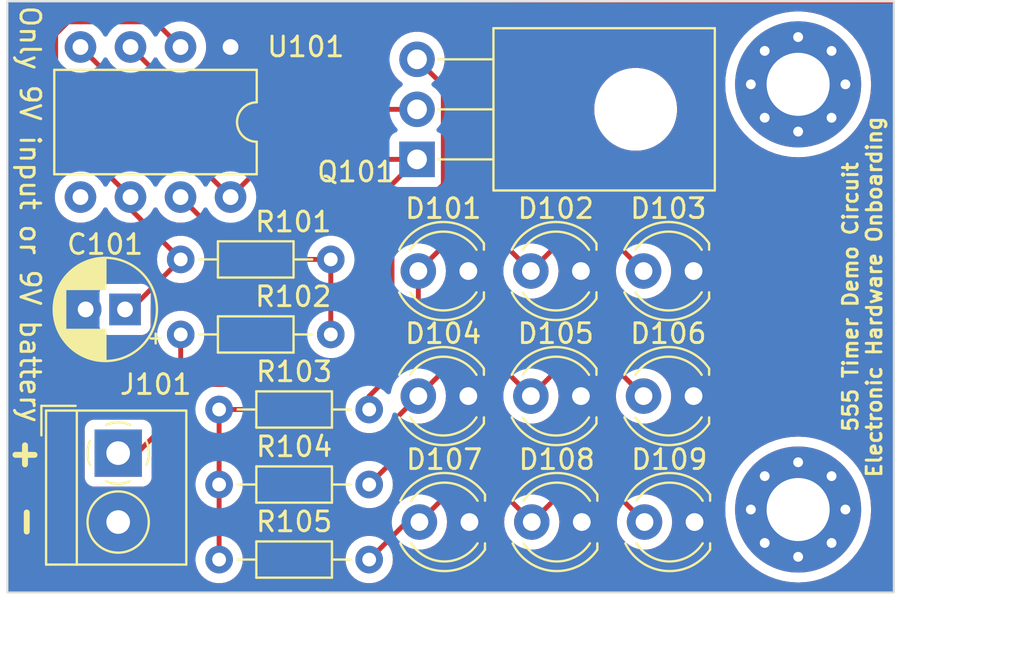
<source format=kicad_pcb>
(kicad_pcb (version 20221018) (generator pcbnew)
  (title_block (title "555 Timer Demo Circuit") (date "2023-12-22") (rev "A") (company "Illinois Space Society") (comment 4 "Contributors: Thomas McManamen, Jason Yan"))
  (layers (0 "F.Cu" signal) (31 "B.Cu" signal) (34 "B.Paste" user) (35 "F.Paste" user) (36 "B.SilkS" user "B.Silkscreen") (37 "F.SilkS" user "F.Silkscreen") (38 "B.Mask" user) (39 "F.Mask" user) (44 "Edge.Cuts" user))
  (net 0 "")
  (net 1 "/THR")
  (net 2 "GND")
  (net 3 "+9V")
  (net 4 "Net-(D101-A)")
  (net 5 "Net-(D104-A)")
  (net 6 "Net-(D107-A)")
  (net 7 "Net-(Q101-G)")
  (net 8 "Net-(U101-DIS)")
  (net 10 "Net-(Q101-S)")
  (footprint "Capacitor_THT:CP_Radial_D5.0mm_P2.00mm" (layer "F.Cu") (at 85.643 69.977 180)
    (fp_text reference "C101" (at 1.016 3.302) (layer "F.SilkS"))
    (fp_text value "10uf")
    (fp_line (start -1.804775 -1.475) (end -1.304775 -1.475) (stroke (width 0.12)) (layer "F.SilkS"))
    (fp_line (start -1.554775 -1.725) (end -1.554775 -1.225) (stroke (width 0.12)) (layer "F.SilkS"))
    (fp_line (start 1 -2.58) (end 1 -1.04) (stroke (width 0.12)) (layer "F.SilkS"))
    (fp_line (start 1 1.04) (end 1 2.58) (stroke (width 0.12)) (layer "F.SilkS"))
    (fp_line (start 1.04 -2.58) (end 1.04 -1.04) (stroke (width 0.12)) (layer "F.SilkS"))
    (fp_line (start 1.04 1.04) (end 1.04 2.58) (stroke (width 0.12)) (layer "F.SilkS"))
    (fp_line (start 1.08 -2.579) (end 1.08 -1.04) (stroke (width 0.12)) (layer "F.SilkS"))
    (fp_line (start 1.08 1.04) (end 1.08 2.579) (stroke (width 0.12)) (layer "F.SilkS"))
    (fp_line (start 1.12 -2.578) (end 1.12 -1.04) (stroke (width 0.12)) (layer "F.SilkS"))
    (fp_line (start 1.12 1.04) (end 1.12 2.578) (stroke (width 0.12)) (layer "F.SilkS"))
    (fp_line (start 1.16 -2.576) (end 1.16 -1.04) (stroke (width 0.12)) (layer "F.SilkS"))
    (fp_line (start 1.16 1.04) (end 1.16 2.576) (stroke (width 0.12)) (layer "F.SilkS"))
    (fp_line (start 1.2 -2.573) (end 1.2 -1.04) (stroke (width 0.12)) (layer "F.SilkS"))
    (fp_line (start 1.2 1.04) (end 1.2 2.573) (stroke (width 0.12)) (layer "F.SilkS"))
    (fp_line (start 1.24 -2.569) (end 1.24 -1.04) (stroke (width 0.12)) (layer "F.SilkS"))
    (fp_line (start 1.24 1.04) (end 1.24 2.569) (stroke (width 0.12)) (layer "F.SilkS"))
    (fp_line (start 1.28 -2.565) (end 1.28 -1.04) (stroke (width 0.12)) (layer "F.SilkS"))
    (fp_line (start 1.28 1.04) (end 1.28 2.565) (stroke (width 0.12)) (layer "F.SilkS"))
    (fp_line (start 1.32 -2.561) (end 1.32 -1.04) (stroke (width 0.12)) (layer "F.SilkS"))
    (fp_line (start 1.32 1.04) (end 1.32 2.561) (stroke (width 0.12)) (layer "F.SilkS"))
    (fp_line (start 1.36 -2.556) (end 1.36 -1.04) (stroke (width 0.12)) (layer "F.SilkS"))
    (fp_line (start 1.36 1.04) (end 1.36 2.556) (stroke (width 0.12)) (layer "F.SilkS"))
    (fp_line (start 1.4 -2.55) (end 1.4 -1.04) (stroke (width 0.12)) (layer "F.SilkS"))
    (fp_line (start 1.4 1.04) (end 1.4 2.55) (stroke (width 0.12)) (layer "F.SilkS"))
    (fp_line (start 1.44 -2.543) (end 1.44 -1.04) (stroke (width 0.12)) (layer "F.SilkS"))
    (fp_line (start 1.44 1.04) (end 1.44 2.543) (stroke (width 0.12)) (layer "F.SilkS"))
    (fp_line (start 1.48 -2.536) (end 1.48 -1.04) (stroke (width 0.12)) (layer "F.SilkS"))
    (fp_line (start 1.48 1.04) (end 1.48 2.536) (stroke (width 0.12)) (layer "F.SilkS"))
    (fp_line (start 1.52 -2.528) (end 1.52 -1.04) (stroke (width 0.12)) (layer "F.SilkS"))
    (fp_line (start 1.52 1.04) (end 1.52 2.528) (stroke (width 0.12)) (layer "F.SilkS"))
    (fp_line (start 1.56 -2.52) (end 1.56 -1.04) (stroke (width 0.12)) (layer "F.SilkS"))
    (fp_line (start 1.56 1.04) (end 1.56 2.52) (stroke (width 0.12)) (layer "F.SilkS"))
    (fp_line (start 1.6 -2.511) (end 1.6 -1.04) (stroke (width 0.12)) (layer "F.SilkS"))
    (fp_line (start 1.6 1.04) (end 1.6 2.511) (stroke (width 0.12)) (layer "F.SilkS"))
    (fp_line (start 1.64 -2.501) (end 1.64 -1.04) (stroke (width 0.12)) (layer "F.SilkS"))
    (fp_line (start 1.64 1.04) (end 1.64 2.501) (stroke (width 0.12)) (layer "F.SilkS"))
    (fp_line (start 1.68 -2.491) (end 1.68 -1.04) (stroke (width 0.12)) (layer "F.SilkS"))
    (fp_line (start 1.68 1.04) (end 1.68 2.491) (stroke (width 0.12)) (layer "F.SilkS"))
    (fp_line (start 1.721 -2.48) (end 1.721 -1.04) (stroke (width 0.12)) (layer "F.SilkS"))
    (fp_line (start 1.721 1.04) (end 1.721 2.48) (stroke (width 0.12)) (layer "F.SilkS"))
    (fp_line (start 1.761 -2.468) (end 1.761 -1.04) (stroke (width 0.12)) (layer "F.SilkS"))
    (fp_line (start 1.761 1.04) (end 1.761 2.468) (stroke (width 0.12)) (layer "F.SilkS"))
    (fp_line (start 1.801 -2.455) (end 1.801 -1.04) (stroke (width 0.12)) (layer "F.SilkS"))
    (fp_line (start 1.801 1.04) (end 1.801 2.455) (stroke (width 0.12)) (layer "F.SilkS"))
    (fp_line (start 1.841 -2.442) (end 1.841 -1.04) (stroke (width 0.12)) (layer "F.SilkS"))
    (fp_line (start 1.841 1.04) (end 1.841 2.442) (stroke (width 0.12)) (layer "F.SilkS"))
    (fp_line (start 1.881 -2.428) (end 1.881 -1.04) (stroke (width 0.12)) (layer "F.SilkS"))
    (fp_line (start 1.881 1.04) (end 1.881 2.428) (stroke (width 0.12)) (layer "F.SilkS"))
    (fp_line (start 1.921 -2.414) (end 1.921 -1.04) (stroke (width 0.12)) (layer "F.SilkS"))
    (fp_line (start 1.921 1.04) (end 1.921 2.414) (stroke (width 0.12)) (layer "F.SilkS"))
    (fp_line (start 1.961 -2.398) (end 1.961 -1.04) (stroke (width 0.12)) (layer "F.SilkS"))
    (fp_line (start 1.961 1.04) (end 1.961 2.398) (stroke (width 0.12)) (layer "F.SilkS"))
    (fp_line (start 2.001 -2.382) (end 2.001 -1.04) (stroke (width 0.12)) (layer "F.SilkS"))
    (fp_line (start 2.001 1.04) (end 2.001 2.382) (stroke (width 0.12)) (layer "F.SilkS"))
    (fp_line (start 2.041 -2.365) (end 2.041 -1.04) (stroke (width 0.12)) (layer "F.SilkS"))
    (fp_line (start 2.041 1.04) (end 2.041 2.365) (stroke (width 0.12)) (layer "F.SilkS"))
    (fp_line (start 2.081 -2.348) (end 2.081 -1.04) (stroke (width 0.12)) (layer "F.SilkS"))
    (fp_line (start 2.081 1.04) (end 2.081 2.348) (stroke (width 0.12)) (layer "F.SilkS"))
    (fp_line (start 2.121 -2.329) (end 2.121 -1.04) (stroke (width 0.12)) (layer "F.SilkS"))
    (fp_line (start 2.121 1.04) (end 2.121 2.329) (stroke (width 0.12)) (layer "F.SilkS"))
    (fp_line (start 2.161 -2.31) (end 2.161 -1.04) (stroke (width 0.12)) (layer "F.SilkS"))
    (fp_line (start 2.161 1.04) (end 2.161 2.31) (stroke (width 0.12)) (layer "F.SilkS"))
    (fp_line (start 2.201 -2.29) (end 2.201 -1.04) (stroke (width 0.12)) (layer "F.SilkS"))
    (fp_line (start 2.201 1.04) (end 2.201 2.29) (stroke (width 0.12)) (layer "F.SilkS"))
    (fp_line (start 2.241 -2.268) (end 2.241 -1.04) (stroke (width 0.12)) (layer "F.SilkS"))
    (fp_line (start 2.241 1.04) (end 2.241 2.268) (stroke (width 0.12)) (layer "F.SilkS"))
    (fp_line (start 2.281 -2.247) (end 2.281 -1.04) (stroke (width 0.12)) (layer "F.SilkS"))
    (fp_line (start 2.281 1.04) (end 2.281 2.247) (stroke (width 0.12)) (layer "F.SilkS"))
    (fp_line (start 2.321 -2.224) (end 2.321 -1.04) (stroke (width 0.12)) (layer "F.SilkS"))
    (fp_line (start 2.321 1.04) (end 2.321 2.224) (stroke (width 0.12)) (layer "F.SilkS"))
    (fp_line (start 2.361 -2.2) (end 2.361 -1.04) (stroke (width 0.12)) (layer "F.SilkS"))
    (fp_line (start 2.361 1.04) (end 2.361 2.2) (stroke (width 0.12)) (layer "F.SilkS"))
    (fp_line (start 2.401 -2.175) (end 2.401 -1.04) (stroke (width 0.12)) (layer "F.SilkS"))
    (fp_line (start 2.401 1.04) (end 2.401 2.175) (stroke (width 0.12)) (layer "F.SilkS"))
    (fp_line (start 2.441 -2.149) (end 2.441 -1.04) (stroke (width 0.12)) (layer "F.SilkS"))
    (fp_line (start 2.441 1.04) (end 2.441 2.149) (stroke (width 0.12)) (layer "F.SilkS"))
    (fp_line (start 2.481 -2.122) (end 2.481 -1.04) (stroke (width 0.12)) (layer "F.SilkS"))
    (fp_line (start 2.481 1.04) (end 2.481 2.122) (stroke (width 0.12)) (layer "F.SilkS"))
    (fp_line (start 2.521 -2.095) (end 2.521 -1.04) (stroke (width 0.12)) (layer "F.SilkS"))
    (fp_line (start 2.521 1.04) (end 2.521 2.095) (stroke (width 0.12)) (layer "F.SilkS"))
    (fp_line (start 2.561 -2.065) (end 2.561 -1.04) (stroke (width 0.12)) (layer "F.SilkS"))
    (fp_line (start 2.561 1.04) (end 2.561 2.065) (stroke (width 0.12)) (layer "F.SilkS"))
    (fp_line (start 2.601 -2.035) (end 2.601 -1.04) (stroke (width 0.12)) (layer "F.SilkS"))
    (fp_line (start 2.601 1.04) (end 2.601 2.035) (stroke (width 0.12)) (layer "F.SilkS"))
    (fp_line (start 2.641 -2.004) (end 2.641 -1.04) (stroke (width 0.12)) (layer "F.SilkS"))
    (fp_line (start 2.641 1.04) (end 2.641 2.004) (stroke (width 0.12)) (layer "F.SilkS"))
    (fp_line (start 2.681 -1.971) (end 2.681 -1.04) (stroke (width 0.12)) (layer "F.SilkS"))
    (fp_line (start 2.681 1.04) (end 2.681 1.971) (stroke (width 0.12)) (layer "F.SilkS"))
    (fp_line (start 2.721 -1.937) (end 2.721 -1.04) (stroke (width 0.12)) (layer "F.SilkS"))
    (fp_line (start 2.721 1.04) (end 2.721 1.937) (stroke (width 0.12)) (layer "F.SilkS"))
    (fp_line (start 2.761 -1.901) (end 2.761 -1.04) (stroke (width 0.12)) (layer "F.SilkS"))
    (fp_line (start 2.761 1.04) (end 2.761 1.901) (stroke (width 0.12)) (layer "F.SilkS"))
    (fp_line (start 2.801 -1.864) (end 2.801 -1.04) (stroke (width 0.12)) (layer "F.SilkS"))
    (fp_line (start 2.801 1.04) (end 2.801 1.864) (stroke (width 0.12)) (layer "F.SilkS"))
    (fp_line (start 2.841 -1.826) (end 2.841 -1.04) (stroke (width 0.12)) (layer "F.SilkS"))
    (fp_line (start 2.841 1.04) (end 2.841 1.826) (stroke (width 0.12)) (layer "F.SilkS"))
    (fp_line (start 2.881 -1.785) (end 2.881 -1.04) (stroke (width 0.12)) (layer "F.SilkS"))
    (fp_line (start 2.881 1.04) (end 2.881 1.785) (stroke (width 0.12)) (layer "F.SilkS"))
    (fp_line (start 2.921 -1.743) (end 2.921 -1.04) (stroke (width 0.12)) (layer "F.SilkS"))
    (fp_line (start 2.921 1.04) (end 2.921 1.743) (stroke (width 0.12)) (layer "F.SilkS"))
    (fp_line (start 2.961 -1.699) (end 2.961 -1.04) (stroke (width 0.12)) (layer "F.SilkS"))
    (fp_line (start 2.961 1.04) (end 2.961 1.699) (stroke (width 0.12)) (layer "F.SilkS"))
    (fp_line (start 3.001 -1.653) (end 3.001 -1.04) (stroke (width 0.12)) (layer "F.SilkS"))
    (fp_line (start 3.001 1.04) (end 3.001 1.653) (stroke (width 0.12)) (layer "F.SilkS"))
    (fp_line (start 3.041 -1.605) (end 3.041 1.605) (stroke (width 0.12)) (layer "F.SilkS"))
    (fp_line (start 3.081 -1.554) (end 3.081 1.554) (stroke (width 0.12)) (layer "F.SilkS"))
    (fp_line (start 3.121 -1.5) (end 3.121 1.5) (stroke (width 0.12)) (layer "F.SilkS"))
    (fp_line (start 3.161 -1.443) (end 3.161 1.443) (stroke (width 0.12)) (layer "F.SilkS"))
    (fp_line (start 3.201 -1.383) (end 3.201 1.383) (stroke (width 0.12)) (layer "F.SilkS"))
    (fp_line (start 3.241 -1.319) (end 3.241 1.319) (stroke (width 0.12)) (layer "F.SilkS"))
    (fp_line (start 3.281 -1.251) (end 3.281 1.251) (stroke (width 0.12)) (layer "F.SilkS"))
    (fp_line (start 3.321 -1.178) (end 3.321 1.178) (stroke (width 0.12)) (layer "F.SilkS"))
    (fp_line (start 3.361 -1.098) (end 3.361 1.098) (stroke (width 0.12)) (layer "F.SilkS"))
    (fp_line (start 3.401 -1.011) (end 3.401 1.011) (stroke (width 0.12)) (layer "F.SilkS"))
    (fp_line (start 3.441 -0.915) (end 3.441 0.915) (stroke (width 0.12)) (layer "F.SilkS"))
    (fp_line (start 3.481 -0.805) (end 3.481 0.805) (stroke (width 0.12)) (layer "F.SilkS"))
    (fp_line (start 3.521 -0.677) (end 3.521 0.677) (stroke (width 0.12)) (layer "F.SilkS"))
    (fp_line (start 3.561 -0.518) (end 3.561 0.518) (stroke (width 0.12)) (layer "F.SilkS"))
    (fp_line (start 3.601 -0.284) (end 3.601 0.284) (stroke (width 0.12)) (layer "F.SilkS"))
    (fp_circle (center 1 0) (end 3.62 0) (stroke (width 0.12)) (fill none) (layer "F.SilkS"))
    (pad "1" thru_hole rect (at 0 0 180) (size 1.6 1.6) (drill 0.8) (layers "*.Cu" "*.Mask") (net 1 "/THR"))
    (pad "2" thru_hole circle (at 2 0 180) (size 1.6 1.6) (drill 0.8) (layers "*.Cu" "*.Mask") (net 2 "GND"))
  )
  (footprint "TerminalBlock_4Ucon:TerminalBlock_4Ucon_1x02_P3.50mm_Horizontal" (layer "F.Cu") (at 85.294 77.272 -90)
    (fp_text reference "J101" (at -3.485 -1.905) (layer "F.SilkS"))
    (fp_text value "Terminal Block")
    (fp_line (start -2.4 2.16) (end -2.4 3.9) (stroke (width 0.12)) (layer "F.SilkS"))
    (fp_line (start -2.4 3.9) (end -0.9 3.9) (stroke (width 0.12)) (layer "F.SilkS"))
    (fp_line (start -2.16 -3.46) (end -2.16 3.66) (stroke (width 0.12)) (layer "F.SilkS"))
    (fp_line (start -2.16 -3.46) (end 5.66 -3.46) (stroke (width 0.12)) (layer "F.SilkS"))
    (fp_line (start -2.16 2.1) (end 5.66 2.1) (stroke (width 0.12)) (layer "F.SilkS"))
    (fp_line (start -2.16 3.66) (end 5.66 3.66) (stroke (width 0.12)) (layer "F.SilkS"))
    (fp_line (start 5.66 -3.46) (end 5.66 3.66) (stroke (width 0.12)) (layer "F.SilkS"))
    (fp_arc (start -1.432109 0.607742) (mid -1.555727 -0.00014) (end -1.432 -0.608) (stroke (width 0.12)) (layer "F.SilkS"))
    (fp_arc (start -0.607742 -1.432109) (mid 0.00014 -1.555727) (end 0.608 -1.432) (stroke (width 0.12)) (layer "F.SilkS"))
    (fp_arc (start 0.027011 1.555493) (mid -0.296984 1.527118) (end -0.608 1.432) (stroke (width 0.12)) (layer "F.SilkS"))
    (fp_arc (start 0.607587 1.431385) (mid 0.310017 1.523783) (end 0 1.555) (stroke (width 0.12)) (layer "F.SilkS"))
    (fp_arc (start 1.432109 -0.607742) (mid 1.555727 0.00014) (end 1.432 0.608) (stroke (width 0.12)) (layer "F.SilkS"))
    (fp_circle (center 3.5 0) (end 5.055 0) (stroke (width 0.12)) (fill none) (layer "F.SilkS"))
    (pad "1" thru_hole rect (at 0 0 270) (size 2.4 2.4) (drill 1.2) (layers "*.Cu" "*.Mask") (net 3 "+9V"))
    (pad "2" thru_hole circle (at 3.5 0 270) (size 2.4 2.4) (drill 1.2) (layers "*.Cu" "*.Mask") (net 2 "GND"))
  )
  (footprint "LED_THT:LED_D4.0mm" (layer "F.Cu") (at 108.789 74.377 180)
    (fp_text reference "D105" (at 1.275 3.175) (layer "F.SilkS"))
    (fp_text value "Blue")
    (fp_line (start -0.79 -1.399) (end -0.79 -1.08) (stroke (width 0.12)) (layer "F.SilkS"))
    (fp_line (start -0.79 1.08) (end -0.79 1.399) (stroke (width 0.12)) (layer "F.SilkS"))
    (fp_arc (start -0.79 -1.398749) (mid 1.453519 -2.483228) (end 3.513242 -1.080724) (stroke (width 0.12)) (layer "F.SilkS"))
    (fp_arc (start -0.41333 -1.08) (mid 1.269429 -2) (end 2.952713 -1.080961) (stroke (width 0.12)) (layer "F.SilkS"))
    (fp_arc (start 2.952713 1.080961) (mid 1.269429 2) (end -0.41333 1.08) (stroke (width 0.12)) (layer "F.SilkS"))
    (fp_arc (start 3.513242 1.080724) (mid 1.453519 2.483228) (end -0.79 1.398749) (stroke (width 0.12)) (layer "F.SilkS"))
    (pad "1" thru_hole rect (at 0 0 180) (size 1.8 1.8) (drill 0.9) (layers "*.Cu" "*.Mask") (net 2 "GND"))
    (pad "2" thru_hole circle (at 2.54 0 180) (size 1.8 1.8) (drill 0.9) (layers "*.Cu" "*.Mask") (net 5 "Net-(D104-A)"))
  )
  (footprint "MountingHole:MountingHole_3.2mm_M3_Pad_Via" (layer "F.Cu") (at 119.819 80.137)
    (fp_text reference "H102" hide)
    (fp_text value "MountingHole")
    (pad "1" thru_hole circle (at -2.4 0) (size 0.8 0.8) (drill 0.5) (layers "*.Cu" "*.Mask"))
    (pad "1" thru_hole circle (at -1.697056 -1.697056) (size 0.8 0.8) (drill 0.5) (layers "*.Cu" "*.Mask"))
    (pad "1" thru_hole circle (at -1.697056 1.697056) (size 0.8 0.8) (drill 0.5) (layers "*.Cu" "*.Mask"))
    (pad "1" thru_hole circle (at 0 -2.4) (size 0.8 0.8) (drill 0.5) (layers "*.Cu" "*.Mask"))
    (pad "1" thru_hole circle (at 0 0) (size 6.4 6.4) (drill 3.2) (layers "*.Cu" "*.Mask"))
    (pad "1" thru_hole circle (at 0 2.4) (size 0.8 0.8) (drill 0.5) (layers "*.Cu" "*.Mask"))
    (pad "1" thru_hole circle (at 1.697056 -1.697056) (size 0.8 0.8) (drill 0.5) (layers "*.Cu" "*.Mask"))
    (pad "1" thru_hole circle (at 1.697056 1.697056) (size 0.8 0.8) (drill 0.5) (layers "*.Cu" "*.Mask"))
    (pad "1" thru_hole circle (at 2.4 0) (size 0.8 0.8) (drill 0.5) (layers "*.Cu" "*.Mask"))
  )
  (footprint "Package_DIP:DIP-8_W7.62mm" (layer "F.Cu") (at 90.999 56.652 -90)
    (fp_text reference "U101" (at -0.01 -3.82 -180) (layer "F.SilkS"))
    (fp_text value "LM555xN")
    (fp_line (start 1.16 -1.33) (end 1.16 8.95) (stroke (width 0.12)) (layer "F.SilkS"))
    (fp_line (start 1.16 8.95) (end 6.46 8.95) (stroke (width 0.12)) (layer "F.SilkS"))
    (fp_line (start 2.81 -1.33) (end 1.16 -1.33) (stroke (width 0.12)) (layer "F.SilkS"))
    (fp_line (start 6.46 -1.33) (end 4.81 -1.33) (stroke (width 0.12)) (layer "F.SilkS"))
    (fp_line (start 6.46 8.95) (end 6.46 -1.33) (stroke (width 0.12)) (layer "F.SilkS"))
    (fp_arc (start 4.81 -1.33) (mid 3.81 -0.33) (end 2.81 -1.33) (stroke (width 0.12)) (layer "F.SilkS"))
    (pad "1" thru_hole rect (at 0 0 270) (size 1.6 1.6) (drill 0.8) (layers "*.Cu" "*.Mask") (net 2 "GND"))
    (pad "2" thru_hole oval (at 0 2.54 270) (size 1.6 1.6) (drill 0.8) (layers "*.Cu" "*.Mask") (net 1 "/THR"))
    (pad "3" thru_hole oval (at 0 5.08 270) (size 1.6 1.6) (drill 0.8) (layers "*.Cu" "*.Mask") (net 7 "Net-(Q101-G)"))
    (pad "4" thru_hole oval (at 0 7.62 270) (size 1.6 1.6) (drill 0.8) (layers "*.Cu" "*.Mask") (net 3 "+9V"))
    (pad "5" thru_hole oval (at 7.62 7.62 270) (size 1.6 1.6) (drill 0.8) (layers "*.Cu" "*.Mask"))
    (pad "6" thru_hole oval (at 7.62 5.08 270) (size 1.6 1.6) (drill 0.8) (layers "*.Cu" "*.Mask") (net 1 "/THR"))
    (pad "7" thru_hole oval (at 7.62 2.54 270) (size 1.6 1.6) (drill 0.8) (layers "*.Cu" "*.Mask") (net 8 "Net-(U101-DIS)"))
    (pad "8" thru_hole oval (at 7.62 0 270) (size 1.6 1.6) (drill 0.8) (layers "*.Cu" "*.Mask") (net 3 "+9V"))
  )
  (footprint "LED_THT:LED_D4.0mm" (layer "F.Cu") (at 114.559 80.772 180)
    (fp_text reference "D109" (at 1.28 3.175) (layer "F.SilkS"))
    (fp_text value "Green")
    (fp_line (start -0.79 -1.399) (end -0.79 -1.08) (stroke (width 0.12)) (layer "F.SilkS"))
    (fp_line (start -0.79 1.08) (end -0.79 1.399) (stroke (width 0.12)) (layer "F.SilkS"))
    (fp_arc (start -0.79 -1.398749) (mid 1.453519 -2.483228) (end 3.513242 -1.080724) (stroke (width 0.12)) (layer "F.SilkS"))
    (fp_arc (start -0.41333 -1.08) (mid 1.269429 -2) (end 2.952713 -1.080961) (stroke (width 0.12)) (layer "F.SilkS"))
    (fp_arc (start 2.952713 1.080961) (mid 1.269429 2) (end -0.41333 1.08) (stroke (width 0.12)) (layer "F.SilkS"))
    (fp_arc (start 3.513242 1.080724) (mid 1.453519 2.483228) (end -0.79 1.398749) (stroke (width 0.12)) (layer "F.SilkS"))
    (pad "1" thru_hole rect (at 0 0 180) (size 1.8 1.8) (drill 0.9) (layers "*.Cu" "*.Mask") (net 2 "GND"))
    (pad "2" thru_hole circle (at 2.54 0 180) (size 1.8 1.8) (drill 0.9) (layers "*.Cu" "*.Mask") (net 6 "Net-(D107-A)"))
  )
  (footprint "Resistor_THT:R_Axial_DIN0204_L3.6mm_D1.6mm_P7.62mm_Horizontal" (layer "F.Cu") (at 90.419 78.867)
    (fp_text reference "R104" (at 3.81 -1.92) (layer "F.SilkS"))
    (fp_text value "500")
    (fp_line (start 0.94 0) (end 1.89 0) (stroke (width 0.12)) (layer "F.SilkS"))
    (fp_line (start 1.89 -0.92) (end 1.89 0.92) (stroke (width 0.12)) (layer "F.SilkS"))
    (fp_line (start 1.89 0.92) (end 5.73 0.92) (stroke (width 0.12)) (layer "F.SilkS"))
    (fp_line (start 5.73 -0.92) (end 1.89 -0.92) (stroke (width 0.12)) (layer "F.SilkS"))
    (fp_line (start 5.73 0.92) (end 5.73 -0.92) (stroke (width 0.12)) (layer "F.SilkS"))
    (fp_line (start 6.68 0) (end 5.73 0) (stroke (width 0.12)) (layer "F.SilkS"))
    (pad "1" thru_hole circle (at 0 0) (size 1.4 1.4) (drill 0.7) (layers "*.Cu" "*.Mask") (net 10 "Net-(Q101-S)"))
    (pad "2" thru_hole oval (at 7.62 0) (size 1.4 1.4) (drill 0.7) (layers "*.Cu" "*.Mask") (net 5 "Net-(D104-A)"))
  )
  (footprint "Resistor_THT:R_Axial_DIN0204_L3.6mm_D1.6mm_P7.62mm_Horizontal" (layer "F.Cu") (at 96.089 67.437 180)
    (fp_text reference "R101" (at 1.905 1.905) (layer "F.SilkS"))
    (fp_text value "50K")
    (fp_line (start 0.94 0) (end 1.89 0) (stroke (width 0.12)) (layer "F.SilkS"))
    (fp_line (start 1.89 -0.92) (end 1.89 0.92) (stroke (width 0.12)) (layer "F.SilkS"))
    (fp_line (start 1.89 0.92) (end 5.73 0.92) (stroke (width 0.12)) (layer "F.SilkS"))
    (fp_line (start 5.73 -0.92) (end 1.89 -0.92) (stroke (width 0.12)) (layer "F.SilkS"))
    (fp_line (start 5.73 0.92) (end 5.73 -0.92) (stroke (width 0.12)) (layer "F.SilkS"))
    (fp_line (start 6.68 0) (end 5.73 0) (stroke (width 0.12)) (layer "F.SilkS"))
    (pad "1" thru_hole circle (at 0 0 180) (size 1.4 1.4) (drill 0.7) (layers "*.Cu" "*.Mask") (net 8 "Net-(U101-DIS)"))
    (pad "2" thru_hole oval (at 7.62 0 180) (size 1.4 1.4) (drill 0.7) (layers "*.Cu" "*.Mask") (net 1 "/THR"))
  )
  (footprint "LED_THT:LED_D4.0mm" (layer "F.Cu") (at 114.509 68.027 180)
    (fp_text reference "D103" (at 1.28 3.175) (layer "F.SilkS"))
    (fp_text value "Green")
    (fp_line (start -0.79 -1.399) (end -0.79 -1.08) (stroke (width 0.12)) (layer "F.SilkS"))
    (fp_line (start -0.79 1.08) (end -0.79 1.399) (stroke (width 0.12)) (layer "F.SilkS"))
    (fp_arc (start -0.79 -1.398749) (mid 1.453519 -2.483228) (end 3.513242 -1.080724) (stroke (width 0.12)) (layer "F.SilkS"))
    (fp_arc (start -0.41333 -1.08) (mid 1.269429 -2) (end 2.952713 -1.080961) (stroke (width 0.12)) (layer "F.SilkS"))
    (fp_arc (start 2.952713 1.080961) (mid 1.269429 2) (end -0.41333 1.08) (stroke (width 0.12)) (layer "F.SilkS"))
    (fp_arc (start 3.513242 1.080724) (mid 1.453519 2.483228) (end -0.79 1.398749) (stroke (width 0.12)) (layer "F.SilkS"))
    (pad "1" thru_hole rect (at 0 0 180) (size 1.8 1.8) (drill 0.9) (layers "*.Cu" "*.Mask") (net 2 "GND"))
    (pad "2" thru_hole circle (at 2.54 0 180) (size 1.8 1.8) (drill 0.9) (layers "*.Cu" "*.Mask") (net 4 "Net-(D101-A)"))
  )
  (footprint "Package_TO_SOT_THT:TO-126-3_Horizontal_TabUp" (layer "F.Cu") (at 100.469 62.357 90)
    (fp_text reference "Q101" (at -0.635 -3.11 180) (layer "F.SilkS"))
    (fp_text value "NMOS")
    (fp_line (start -1.58 3.88) (end -1.58 15.12) (stroke (width 0.12)) (layer "F.SilkS"))
    (fp_line (start -1.58 3.88) (end 6.66 3.88) (stroke (width 0.12)) (layer "F.SilkS"))
    (fp_line (start -1.58 15.12) (end 6.66 15.12) (stroke (width 0.12)) (layer "F.SilkS"))
    (fp_line (start 0 1.05) (end 0 3.88) (stroke (width 0.12)) (layer "F.SilkS"))
    (fp_line (start 2.54 1.066) (end 2.54 3.88) (stroke (width 0.12)) (layer "F.SilkS"))
    (fp_line (start 5.08 1.066) (end 5.08 3.88) (stroke (width 0.12)) (layer "F.SilkS"))
    (fp_line (start 6.66 3.88) (end 6.66 15.12) (stroke (width 0.12)) (layer "F.SilkS"))
    (pad "" np_thru_hole oval (at 2.54 11.1 90) (size 3.2 3.2) (drill 3.2) (layers "*.Cu" "*.Mask"))
    (pad "1" thru_hole rect (at 0 0 90) (size 1.8 1.8) (drill 1) (layers "*.Cu" "*.Mask") (net 3 "+9V"))
    (pad "2" thru_hole oval (at 2.54 0 90) (size 1.8 1.8) (drill 1) (layers "*.Cu" "*.Mask") (net 7 "Net-(Q101-G)"))
    (pad "3" thru_hole oval (at 5.08 0 90) (size 1.8 1.8) (drill 1) (layers "*.Cu" "*.Mask") (net 10 "Net-(Q101-S)"))
  )
  (footprint "LED_THT:LED_D4.0mm" (layer "F.Cu") (at 103.074 74.377 180)
    (fp_text reference "D104" (at 1.275 3.175) (layer "F.SilkS"))
    (fp_text value "Red")
    (fp_line (start -0.79 -1.399) (end -0.79 -1.08) (stroke (width 0.12)) (layer "F.SilkS"))
    (fp_line (start -0.79 1.08) (end -0.79 1.399) (stroke (width 0.12)) (layer "F.SilkS"))
    (fp_arc (start -0.79 -1.398749) (mid 1.453519 -2.483228) (end 3.513242 -1.080724) (stroke (width 0.12)) (layer "F.SilkS"))
    (fp_arc (start -0.41333 -1.08) (mid 1.269429 -2) (end 2.952713 -1.080961) (stroke (width 0.12)) (layer "F.SilkS"))
    (fp_arc (start 2.952713 1.080961) (mid 1.269429 2) (end -0.41333 1.08) (stroke (width 0.12)) (layer "F.SilkS"))
    (fp_arc (start 3.513242 1.080724) (mid 1.453519 2.483228) (end -0.79 1.398749) (stroke (width 0.12)) (layer "F.SilkS"))
    (pad "1" thru_hole rect (at 0 0 180) (size 1.8 1.8) (drill 0.9) (layers "*.Cu" "*.Mask") (net 2 "GND"))
    (pad "2" thru_hole circle (at 2.54 0 180) (size 1.8 1.8) (drill 0.9) (layers "*.Cu" "*.Mask") (net 5 "Net-(D104-A)"))
  )
  (footprint "LED_THT:LED_D4.0mm" (layer "F.Cu") (at 114.509 74.377 180)
    (fp_text reference "D106" (at 1.28 3.175) (layer "F.SilkS"))
    (fp_text value "Green")
    (fp_line (start -0.79 -1.399) (end -0.79 -1.08) (stroke (width 0.12)) (layer "F.SilkS"))
    (fp_line (start -0.79 1.08) (end -0.79 1.399) (stroke (width 0.12)) (layer "F.SilkS"))
    (fp_arc (start -0.79 -1.398749) (mid 1.453519 -2.483228) (end 3.513242 -1.080724) (stroke (width 0.12)) (layer "F.SilkS"))
    (fp_arc (start -0.41333 -1.08) (mid 1.269429 -2) (end 2.952713 -1.080961) (stroke (width 0.12)) (layer "F.SilkS"))
    (fp_arc (start 2.952713 1.080961) (mid 1.269429 2) (end -0.41333 1.08) (stroke (width 0.12)) (layer "F.SilkS"))
    (fp_arc (start 3.513242 1.080724) (mid 1.453519 2.483228) (end -0.79 1.398749) (stroke (width 0.12)) (layer "F.SilkS"))
    (pad "1" thru_hole rect (at 0 0 180) (size 1.8 1.8) (drill 0.9) (layers "*.Cu" "*.Mask") (net 2 "GND"))
    (pad "2" thru_hole circle (at 2.54 0 180) (size 1.8 1.8) (drill 0.9) (layers "*.Cu" "*.Mask") (net 5 "Net-(D104-A)"))
  )
  (footprint "Resistor_THT:R_Axial_DIN0204_L3.6mm_D1.6mm_P7.62mm_Horizontal" (layer "F.Cu") (at 90.419 75.057)
    (fp_text reference "R103" (at 3.81 -1.92) (layer "F.SilkS"))
    (fp_text value "500")
    (fp_line (start 0.94 0) (end 1.89 0) (stroke (width 0.12)) (layer "F.SilkS"))
    (fp_line (start 1.89 -0.92) (end 1.89 0.92) (stroke (width 0.12)) (layer "F.SilkS"))
    (fp_line (start 1.89 0.92) (end 5.73 0.92) (stroke (width 0.12)) (layer "F.SilkS"))
    (fp_line (start 5.73 -0.92) (end 1.89 -0.92) (stroke (width 0.12)) (layer "F.SilkS"))
    (fp_line (start 5.73 0.92) (end 5.73 -0.92) (stroke (width 0.12)) (layer "F.SilkS"))
    (fp_line (start 6.68 0) (end 5.73 0) (stroke (width 0.12)) (layer "F.SilkS"))
    (pad "1" thru_hole circle (at 0 0) (size 1.4 1.4) (drill 0.7) (layers "*.Cu" "*.Mask") (net 10 "Net-(Q101-S)"))
    (pad "2" thru_hole oval (at 7.62 0) (size 1.4 1.4) (drill 0.7) (layers "*.Cu" "*.Mask") (net 4 "Net-(D101-A)"))
  )
  (footprint "MountingHole:MountingHole_3.2mm_M3_Pad_Via" (layer "F.Cu") (at 119.819 58.547)
    (fp_text reference "H101" hide)
    (fp_text value "MountingHole")
    (pad "1" thru_hole circle (at -2.4 0) (size 0.8 0.8) (drill 0.5) (layers "*.Cu" "*.Mask"))
    (pad "1" thru_hole circle (at -1.697056 -1.697056) (size 0.8 0.8) (drill 0.5) (layers "*.Cu" "*.Mask"))
    (pad "1" thru_hole circle (at -1.697056 1.697056) (size 0.8 0.8) (drill 0.5) (layers "*.Cu" "*.Mask"))
    (pad "1" thru_hole circle (at 0 -2.4) (size 0.8 0.8) (drill 0.5) (layers "*.Cu" "*.Mask"))
    (pad "1" thru_hole circle (at 0 0) (size 6.4 6.4) (drill 3.2) (layers "*.Cu" "*.Mask"))
    (pad "1" thru_hole circle (at 0 2.4) (size 0.8 0.8) (drill 0.5) (layers "*.Cu" "*.Mask"))
    (pad "1" thru_hole circle (at 1.697056 -1.697056) (size 0.8 0.8) (drill 0.5) (layers "*.Cu" "*.Mask"))
    (pad "1" thru_hole circle (at 1.697056 1.697056) (size 0.8 0.8) (drill 0.5) (layers "*.Cu" "*.Mask"))
    (pad "1" thru_hole circle (at 2.4 0) (size 0.8 0.8) (drill 0.5) (layers "*.Cu" "*.Mask"))
  )
  (footprint "LED_THT:LED_D4.0mm" (layer "F.Cu") (at 108.834 80.772 180)
    (fp_text reference "D108" (at 1.27 3.175) (layer "F.SilkS"))
    (fp_text value "Blue")
    (fp_line (start -0.79 -1.399) (end -0.79 -1.08) (stroke (width 0.12)) (layer "F.SilkS"))
    (fp_line (start -0.79 1.08) (end -0.79 1.399) (stroke (width 0.12)) (layer "F.SilkS"))
    (fp_arc (start -0.79 -1.398749) (mid 1.453519 -2.483228) (end 3.513242 -1.080724) (stroke (width 0.12)) (layer "F.SilkS"))
    (fp_arc (start -0.41333 -1.08) (mid 1.269429 -2) (end 2.952713 -1.080961) (stroke (width 0.12)) (layer "F.SilkS"))
    (fp_arc (start 2.952713 1.080961) (mid 1.269429 2) (end -0.41333 1.08) (stroke (width 0.12)) (layer "F.SilkS"))
    (fp_arc (start 3.513242 1.080724) (mid 1.453519 2.483228) (end -0.79 1.398749) (stroke (width 0.12)) (layer "F.SilkS"))
    (pad "1" thru_hole rect (at 0 0 180) (size 1.8 1.8) (drill 0.9) (layers "*.Cu" "*.Mask") (net 2 "GND"))
    (pad "2" thru_hole circle (at 2.54 0 180) (size 1.8 1.8) (drill 0.9) (layers "*.Cu" "*.Mask") (net 6 "Net-(D107-A)"))
  )
  (footprint "LED_THT:LED_D4.0mm" (layer "F.Cu") (at 103.074 68.027 180)
    (fp_text reference "D101" (at 1.275 3.175) (layer "F.SilkS"))
    (fp_text value "Red")
    (fp_line (start -0.79 -1.399) (end -0.79 -1.08) (stroke (width 0.12)) (layer "F.SilkS"))
    (fp_line (start -0.79 1.08) (end -0.79 1.399) (stroke (width 0.12)) (layer "F.SilkS"))
    (fp_arc (start -0.79 -1.398749) (mid 1.453519 -2.483228) (end 3.513242 -1.080724) (stroke (width 0.12)) (layer "F.SilkS"))
    (fp_arc (start -0.41333 -1.08) (mid 1.269429 -2) (end 2.952713 -1.080961) (stroke (width 0.12)) (layer "F.SilkS"))
    (fp_arc (start 2.952713 1.080961) (mid 1.269429 2) (end -0.41333 1.08) (stroke (width 0.12)) (layer "F.SilkS"))
    (fp_arc (start 3.513242 1.080724) (mid 1.453519 2.483228) (end -0.79 1.398749) (stroke (width 0.12)) (layer "F.SilkS"))
    (pad "1" thru_hole rect (at 0 0 180) (size 1.8 1.8) (drill 0.9) (layers "*.Cu" "*.Mask") (net 2 "GND"))
    (pad "2" thru_hole circle (at 2.54 0 180) (size 1.8 1.8) (drill 0.9) (layers "*.Cu" "*.Mask") (net 4 "Net-(D101-A)"))
  )
  (footprint "Resistor_THT:R_Axial_DIN0204_L3.6mm_D1.6mm_P7.62mm_Horizontal" (layer "F.Cu") (at 90.419 82.677)
    (fp_text reference "R105" (at 3.81 -1.92) (layer "F.SilkS"))
    (fp_text value "500")
    (fp_line (start 0.94 0) (end 1.89 0) (stroke (width 0.12)) (layer "F.SilkS"))
    (fp_line (start 1.89 -0.92) (end 1.89 0.92) (stroke (width 0.12)) (layer "F.SilkS"))
    (fp_line (start 1.89 0.92) (end 5.73 0.92) (stroke (width 0.12)) (layer "F.SilkS"))
    (fp_line (start 5.73 -0.92) (end 1.89 -0.92) (stroke (width 0.12)) (layer "F.SilkS"))
    (fp_line (start 5.73 0.92) (end 5.73 -0.92) (stroke (width 0.12)) (layer "F.SilkS"))
    (fp_line (start 6.68 0) (end 5.73 0) (stroke (width 0.12)) (layer "F.SilkS"))
    (pad "1" thru_hole circle (at 0 0) (size 1.4 1.4) (drill 0.7) (layers "*.Cu" "*.Mask") (net 10 "Net-(Q101-S)"))
    (pad "2" thru_hole oval (at 7.62 0) (size 1.4 1.4) (drill 0.7) (layers "*.Cu" "*.Mask") (net 6 "Net-(D107-A)"))
  )
  (footprint "LED_THT:LED_D4.0mm" (layer "F.Cu") (at 108.789 68.027 180)
    (fp_text reference "D102" (at 1.275 3.175) (layer "F.SilkS"))
    (fp_text value "Blue")
    (fp_line (start -0.79 -1.399) (end -0.79 -1.08) (stroke (width 0.12)) (layer "F.SilkS"))
    (fp_line (start -0.79 1.08) (end -0.79 1.399) (stroke (width 0.12)) (layer "F.SilkS"))
    (fp_arc (start -0.79 -1.398749) (mid 1.453519 -2.483228) (end 3.513242 -1.080724) (stroke (width 0.12)) (layer "F.SilkS"))
    (fp_arc (start -0.41333 -1.08) (mid 1.269429 -2) (end 2.952713 -1.080961) (stroke (width 0.12)) (layer "F.SilkS"))
    (fp_arc (start 2.952713 1.080961) (mid 1.269429 2) (end -0.41333 1.08) (stroke (width 0.12)) (layer "F.SilkS"))
    (fp_arc (start 3.513242 1.080724) (mid 1.453519 2.483228) (end -0.79 1.398749) (stroke (width 0.12)) (layer "F.SilkS"))
    (pad "1" thru_hole rect (at 0 0 180) (size 1.8 1.8) (drill 0.9) (layers "*.Cu" "*.Mask") (net 2 "GND"))
    (pad "2" thru_hole circle (at 2.54 0 180) (size 1.8 1.8) (drill 0.9) (layers "*.Cu" "*.Mask") (net 4 "Net-(D101-A)"))
  )
  (footprint "LED_THT:LED_D4.0mm" (layer "F.Cu") (at 103.129 80.772 180)
    (fp_text reference "D107" (at 1.28 3.175) (layer "F.SilkS"))
    (fp_text value "Red")
    (fp_line (start -0.79 -1.399) (end -0.79 -1.08) (stroke (width 0.12)) (layer "F.SilkS"))
    (fp_line (start -0.79 1.08) (end -0.79 1.399) (stroke (width 0.12)) (layer "F.SilkS"))
    (fp_arc (start -0.79 -1.398749) (mid 1.453519 -2.483228) (end 3.513242 -1.080724) (stroke (width 0.12)) (layer "F.SilkS"))
    (fp_arc (start -0.41333 -1.08) (mid 1.269429 -2) (end 2.952713 -1.080961) (stroke (width 0.12)) (layer "F.SilkS"))
    (fp_arc (start 2.952713 1.080961) (mid 1.269429 2) (end -0.41333 1.08) (stroke (width 0.12)) (layer "F.SilkS"))
    (fp_arc (start 3.513242 1.080724) (mid 1.453519 2.483228) (end -0.79 1.398749) (stroke (width 0.12)) (layer "F.SilkS"))
    (pad "1" thru_hole rect (at 0 0 180) (size 1.8 1.8) (drill 0.9) (layers "*.Cu" "*.Mask") (net 2 "GND"))
    (pad "2" thru_hole circle (at 2.54 0 180) (size 1.8 1.8) (drill 0.9) (layers "*.Cu" "*.Mask") (net 6 "Net-(D107-A)"))
  )
  (footprint "Resistor_THT:R_Axial_DIN0204_L3.6mm_D1.6mm_P7.62mm_Horizontal" (layer "F.Cu") (at 88.469 71.247)
    (fp_text reference "R102" (at 5.715 -1.92) (layer "F.SilkS"))
    (fp_text value "50K")
    (fp_line (start 0.94 0) (end 1.89 0) (stroke (width 0.12)) (layer "F.SilkS"))
    (fp_line (start 1.89 -0.92) (end 1.89 0.92) (stroke (width 0.12)) (layer "F.SilkS"))
    (fp_line (start 1.89 0.92) (end 5.73 0.92) (stroke (width 0.12)) (layer "F.SilkS"))
    (fp_line (start 5.73 -0.92) (end 1.89 -0.92) (stroke (width 0.12)) (layer "F.SilkS"))
    (fp_line (start 5.73 0.92) (end 5.73 -0.92) (stroke (width 0.12)) (layer "F.SilkS"))
    (fp_line (start 6.68 0) (end 5.73 0) (stroke (width 0.12)) (layer "F.SilkS"))
    (pad "1" thru_hole circle (at 0 0) (size 1.4 1.4) (drill 0.7) (layers "*.Cu" "*.Mask") (net 3 "+9V"))
    (pad "2" thru_hole oval (at 7.62 0) (size 1.4 1.4) (drill 0.7) (layers "*.Cu" "*.Mask") (net 8 "Net-(U101-DIS)"))
  )
  (gr_rect (start 79.674 54.342) (end 124.674 84.342) (stroke (width 0.1)) (fill none) (layer "Edge.Cuts"))
  (gr_text "-" (at 80.563 80.772001 90) (layer "F.SilkS") (effects (font (size 1.27 1.27) (thickness 0.3) bold)))
  (gr_text "+" (at 80.563 77.272) (layer "F.SilkS") (effects (font (size 1.27 1.27) (thickness 0.3) bold)))
  (gr_text "Only 9V input or 9V battery" (at 80.817 65.151 -90) (layer "F.SilkS") (effects (font (size 1 1))))
  (gr_text "555 Timer Demo Circuit\nElectronic Hardware Onboarding" (at 124.124 69.342 90) (layer "F.SilkS") (effects (font (size 0.75 0.75) (thickness 0.15) bold) (justify bottom)))
  (segment (start 82.119 56.007) (end 82.754 55.372) (width 0.25) (layer "F.Cu") (net 1))
  (segment (start 85.929 69.977) (end 88.469 67.437) (width 0.25) (layer "F.Cu") (net 1))
  (segment (start 82.754 55.372) (end 87.179 55.372) (width 0.25) (layer "F.Cu") (net 1))
  (segment (start 82.119 60.472) (end 82.119 56.007) (width 0.25) (layer "F.Cu") (net 1))
  (segment (start 85.919 64.887) (end 85.919 64.272) (width 0.25) (layer "F.Cu") (net 1))
  (segment (start 85.919 64.272) (end 82.119 60.472) (width 0.25) (layer "F.Cu") (net 1))
  (segment (start 85.643 69.977) (end 85.929 69.977) (width 0.25) (layer "F.Cu") (net 1))
  (segment (start 88.469 67.437) (end 85.919 64.887) (width 0.25) (layer "F.Cu") (net 1))
  (segment (start 87.179 55.372) (end 88.459 56.652) (width 0.25) (layer "F.Cu") (net 1))
  (segment (start 88.469 75.057) (end 89.739 73.787) (width 0.25) (layer "F.Cu") (net 3))
  (segment (start 100.469 62.357) (end 92.914 62.357) (width 0.25) (layer "F.Cu") (net 3))
  (segment (start 97.994 71.882) (end 97.994 64.832) (width 0.25) (layer "F.Cu") (net 3))
  (segment (start 89.739 73.787) (end 96.089 73.787) (width 0.25) (layer "F.Cu") (net 3))
  (segment (start 85.294 77.272) (end 86.254 77.272) (width 0.25) (layer "F.Cu") (net 3))
  (segment (start 86.254 77.272) (end 88.469 75.057) (width 0.25) (layer "F.Cu") (net 3))
  (segment (start 96.089 73.787) (end 97.994 71.882) (width 0.25) (layer "F.Cu") (net 3))
  (segment (start 88.469 75.057) (end 88.469 71.247) (width 0.25) (layer "F.Cu") (net 3))
  (segment (start 97.994 64.832) (end 100.469 62.357) (width 0.25) (layer "F.Cu") (net 3))
  (segment (start 83.379 56.652) (end 90.999 64.272) (width 0.25) (layer "F.Cu") (net 3))
  (segment (start 92.914 62.357) (end 90.999 64.272) (width 0.25) (layer "F.Cu") (net 3))
  (segment (start 106.249 68.027) (end 107.474 66.802) (width 0.25) (layer "F.Cu") (net 4))
  (segment (start 107.474 66.802) (end 110.744 66.802) (width 0.25) (layer "F.Cu") (net 4))
  (segment (start 105.024 66.802) (end 106.249 68.027) (width 0.25) (layer "F.Cu") (net 4))
  (segment (start 100.534 68.027) (end 101.759 66.802) (width 0.25) (layer "F.Cu") (net 4))
  (segment (start 110.744 66.802) (end 111.969 68.027) (width 0.25) (layer "F.Cu") (net 4))
  (segment (start 98.039 75.057) (end 98.039 74.377) (width 0.25) (layer "F.Cu") (net 4))
  (segment (start 100.534 71.882) (end 100.534 68.027) (width 0.25) (layer "F.Cu") (net 4))
  (segment (start 98.039 74.377) (end 100.534 71.882) (width 0.25) (layer "F.Cu") (net 4))
  (segment (start 101.759 66.802) (end 105.024 66.802) (width 0.25) (layer "F.Cu") (net 4))
  (segment (start 110.744 73.152) (end 111.969 74.377) (width 0.25) (layer "F.Cu") (net 5))
  (segment (start 100.534 74.377) (end 101.759 73.152) (width 0.25) (layer "F.Cu") (net 5))
  (segment (start 99.309 77.597) (end 99.309 75.602) (width 0.25) (layer "F.Cu") (net 5))
  (segment (start 99.309 75.602) (end 100.534 74.377) (width 0.25) (layer "F.Cu") (net 5))
  (segment (start 105.024 73.152) (end 106.249 74.377) (width 0.25) (layer "F.Cu") (net 5))
  (segment (start 106.249 74.377) (end 107.474 73.152) (width 0.25) (layer "F.Cu") (net 5))
  (segment (start 107.474 73.152) (end 110.744 73.152) (width 0.25) (layer "F.Cu") (net 5))
  (segment (start 98.039 78.867) (end 99.309 77.597) (width 0.25) (layer "F.Cu") (net 5))
  (segment (start 101.759 73.152) (end 105.024 73.152) (width 0.25) (layer "F.Cu") (net 5))
  (segment (start 99.944 80.772) (end 100.589 80.772) (width 0.25) (layer "F.Cu") (net 6))
  (segment (start 100.589 80.772) (end 101.814 79.547) (width 0.25) (layer "F.Cu") (net 6))
  (segment (start 98.039 82.677) (end 99.944 80.772) (width 0.25) (layer "F.Cu") (net 6))
  (segment (start 110.794 79.547) (end 112.019 80.772) (width 0.25) (layer "F.Cu") (net 6))
  (segment (start 101.814 79.547) (end 105.079 79.547) (width 0.25) (layer "F.Cu") (net 6))
  (segment (start 106.304 80.772) (end 107.529 79.547) (width 0.25) (layer "F.Cu") (net 6))
  (segment (start 105.079 79.547) (end 106.304 80.772) (width 0.25) (layer "F.Cu") (net 6))
  (segment (start 107.529 79.547) (end 110.794 79.547) (width 0.25) (layer "F.Cu") (net 6))
  (segment (start 89.084 59.817) (end 85.919 56.652) (width 0.25) (layer "F.Cu") (net 7))
  (segment (start 100.469 59.817) (end 89.084 59.817) (width 0.25) (layer "F.Cu") (net 7))
  (segment (start 91.624 67.437) (end 88.459 64.272) (width 0.25) (layer "F.Cu") (net 8))
  (segment (start 96.089 67.437) (end 91.624 67.437) (width 0.25) (layer "F.Cu") (net 8))
  (segment (start 96.089 67.437) (end 96.089 71.247) (width 0.25) (layer "F.Cu") (net 8))
  (segment (start 90.419 75.057) (end 90.419 78.867) (width 0.25) (layer "F.Cu") (net 10))
  (segment (start 99.196715 71.949285) (end 99.196715 66.234285) (width 0.25) (layer "F.Cu") (net 10))
  (segment (start 90.419 75.057) (end 96.089 75.057) (width 0.25) (layer "F.Cu") (net 10))
  (segment (start 96.089 75.057) (end 99.196715 71.949285) (width 0.25) (layer "F.Cu") (net 10))
  (segment (start 99.196715 66.234285) (end 101.804 63.627) (width 0.25) (layer "F.Cu") (net 10))
  (segment (start 90.419 82.677) (end 90.419 78.867) (width 0.25) (layer "F.Cu") (net 10))
  (segment (start 101.804 58.612) (end 100.469 57.277) (width 0.25) (layer "F.Cu") (net 10))
  (segment (start 101.804 63.627) (end 101.804 58.612) (width 0.25) (layer "F.Cu") (net 10))
  (zone (net 2) (net_name "GND") (layer "F.Cu") (connect_pads yes (clearance 0.5)) (min_thickness 0.25) (fill yes (thermal_gap 0.5) (thermal_bridge_width 0.5))
    (polygon (pts (xy 124.67 54.34) (xy 79.674 54.342) (xy 79.68 84.34) (xy 124.67 84.34)))
  )
  (zone (net 2) (net_name "GND") (layer "B.Cu") (priority 1) (connect_pads yes (clearance 0.5)) (min_thickness 0.25) (fill yes (thermal_gap 0.5) (thermal_bridge_width 0.5))
    (polygon (pts (xy 79.684 54.342) (xy 124.679 54.442) (xy 124.659 84.442) (xy 79.664 84.342)))
  )
)
</source>
